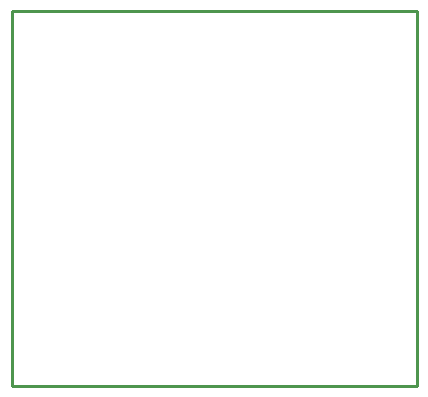
<source format=gm1>
%TF.GenerationSoftware,KiCad,Pcbnew,7.0.8*%
%TF.CreationDate,2024-04-10T09:11:16-04:00*%
%TF.ProjectId,petit-swd,70657469-742d-4737-9764-2e6b69636164,0.1*%
%TF.SameCoordinates,PX77e7cd0PY6a95280*%
%TF.FileFunction,Profile,NP*%
%FSLAX46Y46*%
G04 Gerber Fmt 4.6, Leading zero omitted, Abs format (unit mm)*
G04 Created by KiCad (PCBNEW 7.0.8) date 2024-04-10 09:11:16*
%MOMM*%
%LPD*%
G01*
G04 APERTURE LIST*
%TA.AperFunction,Profile*%
%ADD10C,0.254000*%
%TD*%
G04 APERTURE END LIST*
D10*
X0Y0D02*
X34290000Y0D01*
X0Y31750000D02*
X0Y0D01*
X34290000Y0D02*
X34290000Y31750000D01*
X34290000Y31750000D02*
X0Y31750000D01*
M02*

</source>
